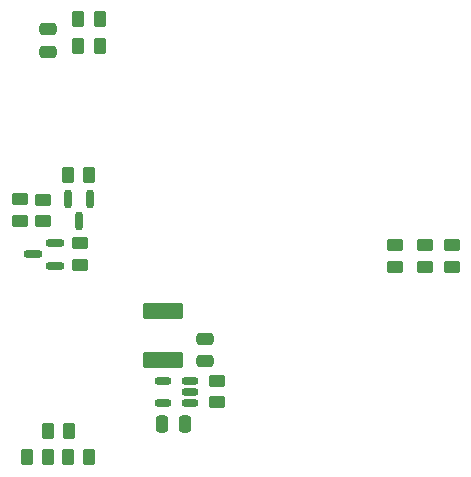
<source format=gbp>
%TF.GenerationSoftware,KiCad,Pcbnew,(6.0.9)*%
%TF.CreationDate,2023-01-11T20:23:52+07:00*%
%TF.ProjectId,ESP12CORE_B_MULTI,45535031-3243-44f5-9245-5f425f4d554c,rev?*%
%TF.SameCoordinates,Original*%
%TF.FileFunction,Paste,Bot*%
%TF.FilePolarity,Positive*%
%FSLAX46Y46*%
G04 Gerber Fmt 4.6, Leading zero omitted, Abs format (unit mm)*
G04 Created by KiCad (PCBNEW (6.0.9)) date 2023-01-11 20:23:52*
%MOMM*%
%LPD*%
G01*
G04 APERTURE LIST*
G04 Aperture macros list*
%AMRoundRect*
4,1,4,2,3,4,5,6,7,8,9,2,3,0*
1,1,$1,$2,$3*
1,1,$1,$2,$3*
1,1,$1,$2,$3*
1,1,$1,$2,$3*
20,1,$1,$2,$3,$4,$5,0*
20,1,$1,$2,$3,$4,$5,0*
20,1,$1,$2,$3,$4,$5,0*
20,1,$1,$2,$3,$4,$5,0*%
G04 Aperture macros list end*
%AMCOMP43*
4,1,3,
0.5875,0.15,
-0.5875,0.15,
-0.5875,-0.15,
0.5875,-0.15,
0*
4,1,19,
0.5875,0.3,
0.63385254915624212,0.292658477444273,
0.675667787843871,0.27135254915624207,
0.70885254915624207,0.23816778784387097,
0.73015847744427309,0.19635254915624212,
0.7375,0.15,
0.73015847744427309,0.1036474508437579,
0.70885254915624207,0.061832212156129038,
0.675667787843871,0.0286474508437579,
0.63385254915624212,0.0073415225557269814,
0.5875,0,
0.54114745084375782,0.0073415225557269814,
0.49933221215612905,0.02864745084375786,
0.46614745084375792,0.06183221215612901,
0.444841522555727,0.10364745084375787,
0.4375,0.14999999999999997,
0.44484152255572695,0.19635254915624206,
0.46614745084375786,0.23816778784387094,
0.499332212156129,0.27135254915624207,
0.54114745084375793,0.292658477444273,
0*
4,1,19,
-0.5875,0.3,
-0.54114745084375793,0.292658477444273,
-0.49933221215612905,0.27135254915624207,
-0.46614745084375792,0.23816778784387097,
-0.444841522555727,0.19635254915624212,
-0.4375,0.15,
-0.44484152255572695,0.1036474508437579,
-0.46614745084375792,0.061832212156129038,
-0.49933221215612905,0.0286474508437579,
-0.54114745084375793,0.0073415225557269814,
-0.5875,0,
-0.63385254915624223,0.0073415225557269814,
-0.67566778784387094,0.02864745084375786,
-0.70885254915624207,0.06183221215612901,
-0.73015847744427309,0.10364745084375787,
-0.7375,0.14999999999999997,
-0.73015847744427309,0.19635254915624206,
-0.70885254915624218,0.23816778784387094,
-0.675667787843871,0.27135254915624207,
-0.63385254915624212,0.292658477444273,
0*
4,1,19,
-0.5875,0,
-0.54114745084375793,-0.0073415225557269814,
-0.49933221215612905,-0.028647450843757888,
-0.46614745084375792,-0.061832212156129024,
-0.444841522555727,-0.10364745084375787,
-0.4375,-0.15,
-0.44484152255572695,-0.19635254915624209,
-0.46614745084375792,-0.23816778784387094,
-0.49933221215612905,-0.27135254915624207,
-0.54114745084375793,-0.292658477444273,
-0.5875,-0.3,
-0.63385254915624223,-0.292658477444273,
-0.67566778784387094,-0.27135254915624213,
-0.70885254915624207,-0.238167787843871,
-0.73015847744427309,-0.19635254915624212,
-0.7375,-0.15000000000000002,
-0.73015847744427309,-0.10364745084375791,
-0.70885254915624218,-0.061832212156129066,
-0.675667787843871,-0.0286474508437579,
-0.63385254915624212,-0.0073415225557269814,
0*
4,1,19,
0.5875,0,
0.63385254915624212,-0.0073415225557269814,
0.675667787843871,-0.028647450843757888,
0.70885254915624207,-0.061832212156129024,
0.73015847744427309,-0.10364745084375787,
0.7375,-0.15,
0.73015847744427309,-0.19635254915624209,
0.70885254915624207,-0.23816778784387094,
0.675667787843871,-0.27135254915624207,
0.63385254915624212,-0.292658477444273,
0.5875,-0.3,
0.54114745084375782,-0.292658477444273,
0.49933221215612905,-0.27135254915624213,
0.46614745084375792,-0.238167787843871,
0.444841522555727,-0.19635254915624212,
0.4375,-0.15000000000000002,
0.44484152255572695,-0.10364745084375791,
0.46614745084375786,-0.061832212156129066,
0.499332212156129,-0.0286474508437579,
0.54114745084375793,-0.0073415225557269814,
0*
4,1,3,
0.5875,0.3,
0.5875,0,
-0.5875,0,
-0.5875,0.3,
0*
4,1,3,
-0.7375,0.15,
-0.4375,0.15,
-0.4375,-0.15,
-0.7375,-0.15,
0*
4,1,3,
-0.5875,-0.3,
-0.5875,0,
0.5875,0,
0.5875,-0.3,
0*
4,1,3,
0.7375,-0.15,
0.4375,-0.15,
0.4375,0.15,
0.7375,0.15,
0*%
%ADD10COMP43,0.15X0.5875X0.15X-0.5875X0.15X-0.5875X-0.15X0.5875X-0.15X0*%
%AMCOMP44*
4,1,3,
0.475,-0.25,
0.475,0.25,
-0.475,0.25,
-0.475,-0.25,
0*
4,1,19,
0.475,0,
0.55225424859373684,-0.012235870926211617,
0.62194631307311821,-0.047745751406263137,
0.67725424859373684,-0.10305368692688172,
0.71276412907378839,-0.17274575140626314,
0.725,-0.24999999999999997,
0.71276412907378839,-0.32725424859373686,
0.67725424859373684,-0.39694631307311823,
0.62194631307311832,-0.45225424859373686,
0.55225424859373684,-0.48776412907378841,
0.47500000000000003,-0.5,
0.39774575140626306,-0.48776412907378841,
0.32805368692688175,-0.45225424859373686,
0.27274575140626311,-0.39694631307311834,
0.2372358709262116,-0.32725424859373686,
0.22499999999999998,-0.25000000000000006,
0.23723587092621157,-0.17274575140626319,
0.27274575140626311,-0.10305368692688177,
0.32805368692688164,-0.047745751406263165,
0.39774575140626306,-0.012235870926211617,
0*
4,1,19,
0.475,0.5,
0.55225424859373684,0.48776412907378841,
0.62194631307311821,0.45225424859373686,
0.67725424859373684,0.39694631307311828,
0.71276412907378839,0.32725424859373686,
0.725,0.25,
0.71276412907378839,0.17274575140626316,
0.67725424859373684,0.10305368692688174,
0.62194631307311832,0.047745751406263165,
0.55225424859373684,0.012235870926211617,
0.47500000000000003,0,
0.39774575140626306,0.012235870926211617,
0.32805368692688175,0.047745751406263109,
0.27274575140626311,0.10305368692688169,
0.2372358709262116,0.17274575140626311,
0.22499999999999998,0.24999999999999994,
0.23723587092621157,0.32725424859373681,
0.27274575140626311,0.39694631307311823,
0.32805368692688164,0.45225424859373686,
0.39774575140626306,0.48776412907378841,
0*
4,1,19,
-0.475,0.5,
-0.39774575140626311,0.48776412907378841,
-0.32805368692688169,0.45225424859373686,
-0.27274575140626311,0.39694631307311828,
-0.2372358709262116,0.32725424859373686,
-0.22499999999999998,0.25,
-0.23723587092621157,0.17274575140626316,
-0.27274575140626311,0.10305368692688174,
-0.32805368692688164,0.047745751406263165,
-0.39774575140626311,0.012235870926211617,
-0.47499999999999992,0,
-0.552254248593737,0.012235870926211617,
-0.62194631307311821,0.047745751406263109,
-0.67725424859373684,0.10305368692688169,
-0.71276412907378839,0.17274575140626311,
-0.725,0.24999999999999994,
-0.71276412907378839,0.32725424859373681,
-0.67725424859373684,0.39694631307311823,
-0.62194631307311832,0.45225424859373686,
-0.55225424859373684,0.48776412907378841,
0*
4,1,19,
-0.475,0,
-0.39774575140626311,-0.012235870926211617,
-0.32805368692688169,-0.047745751406263137,
-0.27274575140626311,-0.10305368692688172,
-0.2372358709262116,-0.17274575140626314,
-0.22499999999999998,-0.24999999999999997,
-0.23723587092621157,-0.32725424859373686,
-0.27274575140626311,-0.39694631307311823,
-0.32805368692688164,-0.45225424859373686,
-0.39774575140626311,-0.48776412907378841,
-0.47499999999999992,-0.5,
-0.552254248593737,-0.48776412907378841,
-0.62194631307311821,-0.45225424859373686,
-0.67725424859373684,-0.39694631307311834,
-0.71276412907378839,-0.32725424859373686,
-0.725,-0.25000000000000006,
-0.71276412907378839,-0.17274575140626319,
-0.67725424859373684,-0.10305368692688177,
-0.62194631307311832,-0.047745751406263165,
-0.55225424859373684,-0.012235870926211617,
0*
4,1,3,
0.725,-0.25,
0.22499999999999998,-0.24999999999999997,
0.22499999999999998,0.25,
0.725,0.24999999999999997,
0*
4,1,3,
0.475,0.5,
0.475,0,
-0.475,0,
-0.475,0.5,
0*
4,1,3,
-0.725,0.25,
-0.22499999999999998,0.24999999999999997,
-0.22499999999999998,-0.25,
-0.725,-0.24999999999999997,
0*
4,1,3,
-0.475,-0.5,
-0.475,0,
0.475,0,
0.475,-0.5,
0*%
%ADD11COMP44,0.25X0.475X-0.25X0.475X0.25X-0.475X0.25X-0.475X-0.25X0*%
%AMCOMP45*
4,1,3,
-0.2625,-0.45,
0.2625,-0.45,
0.2625,0.45,
-0.2625,0.45,
0*
4,1,19,
-0.2625,-0.2,
-0.18524575140626315,-0.21223587092621163,
-0.11555368692688173,-0.24774575140626315,
-0.060245751406263148,-0.30305368692688173,
-0.024735870926211628,-0.37274575140626315,
-0.012500000000000011,-0.45,
-0.0247358709262116,-0.52725424859373682,
-0.060245751406263148,-0.5969463130731183,
-0.1155536869268817,-0.65225424859373682,
-0.18524575140626315,-0.68776412907378837,
-0.26249999999999996,-0.7,
-0.33975424859373693,-0.68776412907378837,
-0.4094463130731183,-0.65225424859373693,
-0.46475424859373682,-0.5969463130731183,
-0.50026412907378837,-0.52725424859373693,
-0.5125,-0.45000000000000007,
-0.50026412907378837,-0.3727457514062632,
-0.46475424859373693,-0.30305368692688178,
-0.40944631307311835,-0.24774575140626318,
-0.33975424859373693,-0.21223587092621163,
0*
4,1,19,
0.2625,-0.2,
0.33975424859373687,-0.21223587092621163,
0.4094463130731183,-0.24774575140626315,
0.46475424859373687,-0.30305368692688173,
0.50026412907378837,-0.37274575140626315,
0.5125,-0.45,
0.50026412907378837,-0.52725424859373682,
0.46475424859373687,-0.5969463130731183,
0.4094463130731183,-0.65225424859373682,
0.33975424859373687,-0.68776412907378837,
0.26250000000000007,-0.7,
0.18524575140626309,-0.68776412907378837,
0.11555368692688175,-0.65225424859373693,
0.060245751406263176,-0.5969463130731183,
0.024735870926211628,-0.52725424859373693,
0.012500000000000011,-0.45000000000000007,
0.0247358709262116,-0.3727457514062632,
0.060245751406263121,-0.30305368692688178,
0.11555368692688167,-0.24774575140626318,
0.18524575140626309,-0.21223587092621163,
0*
4,1,19,
0.2625,0.7,
0.33975424859373687,0.68776412907378837,
0.4094463130731183,0.65225424859373682,
0.46475424859373687,0.5969463130731183,
0.50026412907378837,0.52725424859373682,
0.5125,0.45,
0.50026412907378837,0.3727457514062632,
0.46475424859373687,0.30305368692688173,
0.4094463130731183,0.24774575140626318,
0.33975424859373687,0.21223587092621163,
0.26250000000000007,0.2,
0.18524575140626309,0.21223587092621163,
0.11555368692688175,0.24774575140626312,
0.060245751406263176,0.30305368692688173,
0.024735870926211628,0.37274575140626309,
0.012500000000000011,0.44999999999999996,
0.0247358709262116,0.52725424859373682,
0.060245751406263121,0.5969463130731183,
0.11555368692688167,0.65225424859373682,
0.18524575140626309,0.68776412907378837,
0*
4,1,19,
-0.2625,0.7,
-0.18524575140626315,0.68776412907378837,
-0.11555368692688173,0.65225424859373682,
-0.060245751406263148,0.5969463130731183,
-0.024735870926211628,0.52725424859373682,
-0.012500000000000011,0.45,
-0.0247358709262116,0.3727457514062632,
-0.060245751406263148,0.30305368692688173,
-0.1155536869268817,0.24774575140626318,
-0.18524575140626315,0.21223587092621163,
-0.26249999999999996,0.2,
-0.33975424859373693,0.21223587092621163,
-0.4094463130731183,0.24774575140626312,
-0.46475424859373682,0.30305368692688173,
-0.50026412907378837,0.37274575140626309,
-0.5125,0.44999999999999996,
-0.50026412907378837,0.52725424859373682,
-0.46475424859373693,0.5969463130731183,
-0.40944631307311835,0.65225424859373682,
-0.33975424859373693,0.68776412907378837,
0*
4,1,3,
-0.2625,-0.7,
-0.2625,-0.2,
0.2625,-0.2,
0.2625,-0.7,
0*
4,1,3,
0.5125,-0.45,
0.012500000000000011,-0.45,
0.012500000000000011,0.45,
0.5125,0.45,
0*
4,1,3,
0.2625,0.7,
0.2625,0.2,
-0.2625,0.2,
-0.2625,0.7,
0*
4,1,3,
-0.5125,0.45,
-0.012500000000000011,0.45,
-0.012500000000000011,-0.45,
-0.5125,-0.45,
0*%
%ADD12COMP45,0.25X-0.2625X-0.45X0.2625X-0.45X0.2625X0.45X-0.2625X0.45X0*%
%AMCOMP46*
4,1,3,
-0.45,0.2625,
-0.45,-0.2625,
0.45,-0.2625,
0.45,0.2625,
0*
4,1,19,
-0.45,0.5125,
-0.37274575140626315,0.50026412907378837,
-0.30305368692688173,0.46475424859373687,
-0.24774575140626315,0.4094463130731183,
-0.21223587092621163,0.33975424859373687,
-0.2,0.2625,
-0.2122358709262116,0.18524575140626318,
-0.24774575140626315,0.11555368692688175,
-0.30305368692688173,0.060245751406263176,
-0.37274575140626315,0.024735870926211628,
-0.44999999999999996,0.012500000000000011,
-0.52725424859373693,0.024735870926211628,
-0.5969463130731183,0.060245751406263121,
-0.65225424859373682,0.1155536869268817,
-0.68776412907378837,0.18524575140626312,
-0.7,0.26249999999999996,
-0.68776412907378837,0.33975424859373682,
-0.65225424859373693,0.40944631307311824,
-0.5969463130731183,0.46475424859373682,
-0.52725424859373693,0.50026412907378837,
0*
4,1,19,
-0.45,-0.012500000000000011,
-0.37274575140626315,-0.024735870926211628,
-0.30305368692688173,-0.060245751406263148,
-0.24774575140626315,-0.11555368692688173,
-0.21223587092621163,-0.18524575140626315,
-0.2,-0.2625,
-0.2122358709262116,-0.33975424859373682,
-0.24774575140626315,-0.4094463130731183,
-0.30305368692688173,-0.46475424859373682,
-0.37274575140626315,-0.50026412907378837,
-0.44999999999999996,-0.5125,
-0.52725424859373693,-0.50026412907378837,
-0.5969463130731183,-0.46475424859373693,
-0.65225424859373682,-0.4094463130731183,
-0.68776412907378837,-0.33975424859373693,
-0.7,-0.26250000000000007,
-0.68776412907378837,-0.1852457514062632,
-0.65225424859373693,-0.11555368692688178,
-0.5969463130731183,-0.060245751406263176,
-0.52725424859373693,-0.024735870926211628,
0*
4,1,19,
0.45,-0.012500000000000011,
0.52725424859373682,-0.024735870926211628,
0.5969463130731183,-0.060245751406263148,
0.65225424859373682,-0.11555368692688173,
0.68776412907378837,-0.18524575140626315,
0.7,-0.2625,
0.68776412907378837,-0.33975424859373682,
0.65225424859373682,-0.4094463130731183,
0.5969463130731183,-0.46475424859373682,
0.52725424859373693,-0.50026412907378837,
0.45000000000000007,-0.5125,
0.37274575140626309,-0.50026412907378837,
0.30305368692688173,-0.46475424859373693,
0.24774575140626318,-0.4094463130731183,
0.21223587092621163,-0.33975424859373693,
0.2,-0.26250000000000007,
0.2122358709262116,-0.1852457514062632,
0.24774575140626312,-0.11555368692688178,
0.30305368692688167,-0.060245751406263176,
0.37274575140626309,-0.024735870926211628,
0*
4,1,19,
0.45,0.5125,
0.52725424859373682,0.50026412907378837,
0.5969463130731183,0.46475424859373687,
0.65225424859373682,0.4094463130731183,
0.68776412907378837,0.33975424859373687,
0.7,0.2625,
0.68776412907378837,0.18524575140626318,
0.65225424859373682,0.11555368692688175,
0.5969463130731183,0.060245751406263176,
0.52725424859373693,0.024735870926211628,
0.45000000000000007,0.012500000000000011,
0.37274575140626309,0.024735870926211628,
0.30305368692688173,0.060245751406263121,
0.24774575140626318,0.1155536869268817,
0.21223587092621163,0.18524575140626312,
0.2,0.26249999999999996,
0.2122358709262116,0.33975424859373682,
0.24774575140626312,0.40944631307311824,
0.30305368692688167,0.46475424859373682,
0.37274575140626309,0.50026412907378837,
0*
4,1,3,
-0.7,0.2625,
-0.2,0.2625,
-0.2,-0.2625,
-0.7,-0.2625,
0*
4,1,3,
-0.45,-0.5125,
-0.45,-0.012500000000000011,
0.45,-0.012500000000000011,
0.45,-0.5125,
0*
4,1,3,
0.7,-0.2625,
0.2,-0.2625,
0.2,0.2625,
0.7,0.2625,
0*
4,1,3,
0.45,0.5125,
0.45,0.012500000000000011,
-0.45,0.012500000000000011,
-0.45,0.5125,
0*%
%ADD13COMP46,0.25X-0.45X0.2625X-0.45X-0.2625X0.45X-0.2625X0.45X0.2625X0*%
%AMCOMP47*
4,1,3,
0.45,-0.2625,
0.45,0.2625,
-0.45,0.2625,
-0.45,-0.2625,
0*
4,1,19,
0.45,-0.012500000000000011,
0.52725424859373682,-0.024735870926211628,
0.5969463130731183,-0.060245751406263148,
0.65225424859373682,-0.11555368692688173,
0.68776412907378837,-0.18524575140626315,
0.7,-0.2625,
0.68776412907378837,-0.33975424859373682,
0.65225424859373682,-0.4094463130731183,
0.5969463130731183,-0.46475424859373682,
0.52725424859373693,-0.50026412907378837,
0.45000000000000007,-0.5125,
0.37274575140626309,-0.50026412907378837,
0.30305368692688173,-0.46475424859373693,
0.24774575140626318,-0.4094463130731183,
0.21223587092621163,-0.33975424859373693,
0.2,-0.26250000000000007,
0.2122358709262116,-0.1852457514062632,
0.24774575140626312,-0.11555368692688178,
0.30305368692688167,-0.060245751406263176,
0.37274575140626309,-0.024735870926211628,
0*
4,1,19,
0.45,0.5125,
0.52725424859373682,0.50026412907378837,
0.5969463130731183,0.46475424859373687,
0.65225424859373682,0.4094463130731183,
0.68776412907378837,0.33975424859373687,
0.7,0.2625,
0.68776412907378837,0.18524575140626318,
0.65225424859373682,0.11555368692688175,
0.5969463130731183,0.060245751406263176,
0.52725424859373693,0.024735870926211628,
0.45000000000000007,0.012500000000000011,
0.37274575140626309,0.024735870926211628,
0.30305368692688173,0.060245751406263121,
0.24774575140626318,0.1155536869268817,
0.21223587092621163,0.18524575140626312,
0.2,0.26249999999999996,
0.2122358709262116,0.33975424859373682,
0.24774575140626312,0.40944631307311824,
0.30305368692688167,0.46475424859373682,
0.37274575140626309,0.50026412907378837,
0*
4,1,19,
-0.45,0.5125,
-0.37274575140626315,0.50026412907378837,
-0.30305368692688173,0.46475424859373687,
-0.24774575140626315,0.4094463130731183,
-0.21223587092621163,0.33975424859373687,
-0.2,0.2625,
-0.2122358709262116,0.18524575140626318,
-0.24774575140626315,0.11555368692688175,
-0.30305368692688173,0.060245751406263176,
-0.37274575140626315,0.024735870926211628,
-0.44999999999999996,0.012500000000000011,
-0.52725424859373693,0.024735870926211628,
-0.5969463130731183,0.060245751406263121,
-0.65225424859373682,0.1155536869268817,
-0.68776412907378837,0.18524575140626312,
-0.7,0.26249999999999996,
-0.68776412907378837,0.33975424859373682,
-0.65225424859373693,0.40944631307311824,
-0.5969463130731183,0.46475424859373682,
-0.52725424859373693,0.50026412907378837,
0*
4,1,19,
-0.45,-0.012500000000000011,
-0.37274575140626315,-0.024735870926211628,
-0.30305368692688173,-0.060245751406263148,
-0.24774575140626315,-0.11555368692688173,
-0.21223587092621163,-0.18524575140626315,
-0.2,-0.2625,
-0.2122358709262116,-0.33975424859373682,
-0.24774575140626315,-0.4094463130731183,
-0.30305368692688173,-0.46475424859373682,
-0.37274575140626315,-0.50026412907378837,
-0.44999999999999996,-0.5125,
-0.52725424859373693,-0.50026412907378837,
-0.5969463130731183,-0.46475424859373693,
-0.65225424859373682,-0.4094463130731183,
-0.68776412907378837,-0.33975424859373693,
-0.7,-0.26250000000000007,
-0.68776412907378837,-0.1852457514062632,
-0.65225424859373693,-0.11555368692688178,
-0.5969463130731183,-0.060245751406263176,
-0.52725424859373693,-0.024735870926211628,
0*
4,1,3,
0.7,-0.2625,
0.2,-0.2625,
0.2,0.2625,
0.7,0.2625,
0*
4,1,3,
0.45,0.5125,
0.45,0.012500000000000011,
-0.45,0.012500000000000011,
-0.45,0.5125,
0*
4,1,3,
-0.7,0.2625,
-0.2,0.2625,
-0.2,-0.2625,
-0.7,-0.2625,
0*
4,1,3,
-0.45,-0.5125,
-0.45,-0.012500000000000011,
0.45,-0.012500000000000011,
0.45,-0.5125,
0*%
%ADD14COMP47,0.25X0.45X-0.2625X0.45X0.2625X-0.45X0.2625X-0.45X-0.2625X0*%
%AMCOMP48*
4,1,3,
-0.15,0.5875,
-0.15,-0.5875,
0.15,-0.5875,
0.15,0.5875,
0*
4,1,19,
-0.15,0.7375,
-0.10364745084375789,0.73015847744427309,
-0.061832212156129024,0.70885254915624207,
-0.028647450843757888,0.675667787843871,
-0.0073415225557269814,0.63385254915624212,
0,0.5875,
-0.0073415225557269537,0.54114745084375793,
-0.028647450843757888,0.49933221215612905,
-0.06183221215612901,0.46614745084375792,
-0.10364745084375787,0.444841522555727,
-0.14999999999999997,0.4375,
-0.19635254915624215,0.444841522555727,
-0.23816778784387094,0.46614745084375786,
-0.27135254915624207,0.49933221215612905,
-0.292658477444273,0.54114745084375793,
-0.3,0.5875,
-0.29265847744427304,0.63385254915624212,
-0.27135254915624213,0.67566778784387094,
-0.238167787843871,0.70885254915624207,
-0.19635254915624215,0.73015847744427309,
0*
4,1,19,
-0.15,-0.4375,
-0.10364745084375789,-0.444841522555727,
-0.061832212156129024,-0.46614745084375792,
-0.028647450843757888,-0.49933221215612905,
-0.0073415225557269814,-0.54114745084375793,
0,-0.5875,
-0.0073415225557269537,-0.63385254915624212,
-0.028647450843757888,-0.67566778784387094,
-0.06183221215612901,-0.70885254915624207,
-0.10364745084375787,-0.73015847744427309,
-0.14999999999999997,-0.7375,
-0.19635254915624215,-0.73015847744427309,
-0.23816778784387094,-0.70885254915624218,
-0.27135254915624207,-0.675667787843871,
-0.292658477444273,-0.63385254915624212,
-0.3,-0.5875,
-0.29265847744427304,-0.54114745084375793,
-0.27135254915624213,-0.49933221215612911,
-0.238167787843871,-0.46614745084375792,
-0.19635254915624215,-0.444841522555727,
0*
4,1,19,
0.15,-0.4375,
0.19635254915624212,-0.444841522555727,
0.23816778784387097,-0.46614745084375792,
0.27135254915624207,-0.49933221215612905,
0.292658477444273,-0.54114745084375793,
0.3,-0.5875,
0.29265847744427304,-0.63385254915624212,
0.27135254915624207,-0.67566778784387094,
0.238167787843871,-0.70885254915624207,
0.19635254915624212,-0.73015847744427309,
0.15000000000000002,-0.7375,
0.10364745084375784,-0.73015847744427309,
0.061832212156129038,-0.70885254915624218,
0.0286474508437579,-0.675667787843871,
0.0073415225557269814,-0.63385254915624212,
0,-0.5875,
0.0073415225557269537,-0.54114745084375793,
0.02864745084375786,-0.49933221215612911,
0.061832212156128996,-0.46614745084375792,
0.10364745084375784,-0.444841522555727,
0*
4,1,19,
0.15,0.7375,
0.19635254915624212,0.73015847744427309,
0.23816778784387097,0.70885254915624207,
0.27135254915624207,0.675667787843871,
0.292658477444273,0.63385254915624212,
0.3,0.5875,
0.29265847744427304,0.54114745084375793,
0.27135254915624207,0.49933221215612905,
0.238167787843871,0.46614745084375792,
0.19635254915624212,0.444841522555727,
0.15000000000000002,0.4375,
0.10364745084375784,0.444841522555727,
0.061832212156129038,0.46614745084375786,
0.0286474508437579,0.49933221215612905,
0.0073415225557269814,0.54114745084375793,
0,0.5875,
0.0073415225557269537,0.63385254915624212,
0.02864745084375786,0.67566778784387094,
0.061832212156128996,0.70885254915624207,
0.10364745084375784,0.73015847744427309,
0*
4,1,3,
-0.3,0.5875,
0,0.5875,
0,-0.5875,
-0.3,-0.5875,
0*
4,1,3,
-0.15,-0.7375,
-0.15,-0.4375,
0.15,-0.4375,
0.15,-0.7375,
0*
4,1,3,
0.3,-0.5875,
0,-0.5875,
0,0.5875,
0.3,0.5875,
0*
4,1,3,
0.15,0.7375,
0.15,0.4375,
-0.15,0.4375,
-0.15,0.7375,
0*%
%ADD15COMP48,0.15X-0.15X0.5875X-0.15X-0.5875X0.15X-0.5875X0.15X0.5875X0*%
%AMCOMP49*
4,1,3,
-0.25,-0.475,
0.25,-0.475,
0.25,0.475,
-0.25,0.475,
0*
4,1,19,
-0.25,-0.22499999999999998,
-0.17274575140626314,-0.2372358709262116,
-0.10305368692688172,-0.27274575140626311,
-0.047745751406263137,-0.32805368692688169,
-0.012235870926211617,-0.39774575140626311,
0,-0.475,
-0.012235870926211589,-0.55225424859373684,
-0.047745751406263137,-0.62194631307311821,
-0.10305368692688169,-0.67725424859373684,
-0.17274575140626314,-0.71276412907378839,
-0.24999999999999997,-0.725,
-0.32725424859373692,-0.71276412907378839,
-0.39694631307311823,-0.67725424859373684,
-0.45225424859373686,-0.62194631307311832,
-0.48776412907378841,-0.55225424859373684,
-0.5,-0.47500000000000003,
-0.48776412907378841,-0.39774575140626317,
-0.45225424859373686,-0.32805368692688175,
-0.39694631307311834,-0.27274575140626311,
-0.32725424859373692,-0.2372358709262116,
0*
4,1,19,
0.25,-0.22499999999999998,
0.32725424859373686,-0.2372358709262116,
0.39694631307311828,-0.27274575140626311,
0.45225424859373686,-0.32805368692688169,
0.48776412907378841,-0.39774575140626311,
0.5,-0.475,
0.48776412907378841,-0.55225424859373684,
0.45225424859373686,-0.62194631307311821,
0.39694631307311834,-0.67725424859373684,
0.32725424859373686,-0.71276412907378839,
0.25000000000000006,-0.725,
0.17274575140626308,-0.71276412907378839,
0.10305368692688174,-0.67725424859373684,
0.047745751406263165,-0.62194631307311832,
0.012235870926211617,-0.55225424859373684,
0,-0.47500000000000003,
0.012235870926211589,-0.39774575140626317,
0.047745751406263109,-0.32805368692688175,
0.10305368692688166,-0.27274575140626311,
0.17274575140626308,-0.2372358709262116,
0*
4,1,19,
0.25,0.725,
0.32725424859373686,0.71276412907378839,
0.39694631307311828,0.67725424859373684,
0.45225424859373686,0.62194631307311821,
0.48776412907378841,0.55225424859373684,
0.5,0.475,
0.48776412907378841,0.39774575140626311,
0.45225424859373686,0.32805368692688175,
0.39694631307311834,0.27274575140626311,
0.32725424859373686,0.2372358709262116,
0.25000000000000006,0.22499999999999998,
0.17274575140626308,0.2372358709262116,
0.10305368692688174,0.27274575140626311,
0.047745751406263165,0.32805368692688164,
0.012235870926211617,0.39774575140626311,
0,0.47499999999999992,
0.012235870926211589,0.55225424859373673,
0.047745751406263109,0.62194631307311821,
0.10305368692688166,0.67725424859373684,
0.17274575140626308,0.71276412907378839,
0*
4,1,19,
-0.25,0.725,
-0.17274575140626314,0.71276412907378839,
-0.10305368692688172,0.67725424859373684,
-0.047745751406263137,0.62194631307311821,
-0.012235870926211617,0.55225424859373684,
0,0.475,
-0.012235870926211589,0.39774575140626311,
-0.047745751406263137,0.32805368692688175,
-0.10305368692688169,0.27274575140626311,
-0.17274575140626314,0.2372358709262116,
-0.24999999999999997,0.22499999999999998,
-0.32725424859373692,0.2372358709262116,
-0.39694631307311823,0.27274575140626311,
-0.45225424859373686,0.32805368692688164,
-0.48776412907378841,0.39774575140626311,
-0.5,0.47499999999999992,
-0.48776412907378841,0.55225424859373673,
-0.45225424859373686,0.62194631307311821,
-0.39694631307311834,0.67725424859373684,
-0.32725424859373692,0.71276412907378839,
0*
4,1,3,
-0.25,-0.725,
-0.24999999999999997,-0.22499999999999998,
0.25,-0.22499999999999998,
0.24999999999999997,-0.725,
0*
4,1,3,
0.5,-0.475,
0,-0.475,
0,0.475,
0.5,0.475,
0*
4,1,3,
0.25,0.725,
0.24999999999999997,0.22499999999999998,
-0.25,0.22499999999999998,
-0.24999999999999997,0.725,
0*
4,1,3,
-0.5,0.475,
0,0.475,
0,-0.475,
-0.5,-0.475,
0*%
%ADD16COMP49,0.25X-0.25X-0.475X0.25X-0.475X0.25X0.475X-0.25X0.475X0*%
%AMCOMP50*
4,1,3,
-0.475,0.25,
-0.475,-0.25,
0.475,-0.25,
0.475,0.25,
0*
4,1,19,
-0.475,0.5,
-0.39774575140626311,0.48776412907378841,
-0.32805368692688169,0.45225424859373686,
-0.27274575140626311,0.39694631307311828,
-0.2372358709262116,0.32725424859373686,
-0.22499999999999998,0.25,
-0.23723587092621157,0.17274575140626316,
-0.27274575140626311,0.10305368692688174,
-0.32805368692688164,0.047745751406263165,
-0.39774575140626311,0.012235870926211617,
-0.47499999999999992,0,
-0.552254248593737,0.012235870926211617,
-0.62194631307311821,0.047745751406263109,
-0.67725424859373684,0.10305368692688169,
-0.71276412907378839,0.17274575140626311,
-0.725,0.24999999999999994,
-0.71276412907378839,0.32725424859373681,
-0.67725424859373684,0.39694631307311823,
-0.62194631307311832,0.45225424859373686,
-0.55225424859373684,0.48776412907378841,
0*
4,1,19,
-0.475,0,
-0.39774575140626311,-0.012235870926211617,
-0.32805368692688169,-0.047745751406263137,
-0.27274575140626311,-0.10305368692688172,
-0.2372358709262116,-0.17274575140626314,
-0.22499999999999998,-0.24999999999999997,
-0.23723587092621157,-0.32725424859373686,
-0.27274575140626311,-0.39694631307311823,
-0.32805368692688164,-0.45225424859373686,
-0.39774575140626311,-0.48776412907378841,
-0.47499999999999992,-0.5,
-0.552254248593737,-0.48776412907378841,
-0.62194631307311821,-0.45225424859373686,
-0.67725424859373684,-0.39694631307311834,
-0.71276412907378839,-0.32725424859373686,
-0.725,-0.25000000000000006,
-0.71276412907378839,-0.17274575140626319,
-0.67725424859373684,-0.10305368692688177,
-0.62194631307311832,-0.047745751406263165,
-0.55225424859373684,-0.012235870926211617,
0*
4,1,19,
0.475,0,
0.55225424859373684,-0.012235870926211617,
0.62194631307311821,-0.047745751406263137,
0.67725424859373684,-0.10305368692688172,
0.71276412907378839,-0.17274575140626314,
0.725,-0.24999999999999997,
0.71276412907378839,-0.32725424859373686,
0.67725424859373684,-0.39694631307311823,
0.62194631307311832,-0.45225424859373686,
0.55225424859373684,-0.48776412907378841,
0.47500000000000003,-0.5,
0.39774575140626306,-0.48776412907378841,
0.32805368692688175,-0.45225424859373686,
0.27274575140626311,-0.39694631307311834,
0.2372358709262116,-0.32725424859373686,
0.22499999999999998,-0.25000000000000006,
0.23723587092621157,-0.17274575140626319,
0.27274575140626311,-0.10305368692688177,
0.32805368692688164,-0.047745751406263165,
0.39774575140626306,-0.012235870926211617,
0*
4,1,19,
0.475,0.5,
0.55225424859373684,0.48776412907378841,
0.62194631307311821,0.45225424859373686,
0.67725424859373684,0.39694631307311828,
0.71276412907378839,0.32725424859373686,
0.725,0.25,
0.71276412907378839,0.17274575140626316,
0.67725424859373684,0.10305368692688174,
0.62194631307311832,0.047745751406263165,
0.55225424859373684,0.012235870926211617,
0.47500000000000003,0,
0.39774575140626306,0.012235870926211617,
0.32805368692688175,0.047745751406263109,
0.27274575140626311,0.10305368692688169,
0.2372358709262116,0.17274575140626311,
0.22499999999999998,0.24999999999999994,
0.23723587092621157,0.32725424859373681,
0.27274575140626311,0.39694631307311823,
0.32805368692688164,0.45225424859373686,
0.39774575140626306,0.48776412907378841,
0*
4,1,3,
-0.725,0.25,
-0.22499999999999998,0.24999999999999997,
-0.22499999999999998,-0.25,
-0.725,-0.24999999999999997,
0*
4,1,3,
-0.475,-0.5,
-0.475,0,
0.475,0,
0.475,-0.5,
0*
4,1,3,
0.725,-0.25,
0.22499999999999998,-0.24999999999999997,
0.22499999999999998,0.25,
0.725,0.24999999999999997,
0*
4,1,3,
0.475,0.5,
0.475,0,
-0.475,0,
-0.475,0.5,
0*%
%ADD17COMP50,0.25X-0.475X0.25X-0.475X-0.25X0.475X-0.25X0.475X0.25X0*%
%AMCOMP51*
4,1,3,
0.5125,0.15,
-0.5125,0.15,
-0.5125,-0.15,
0.5125,-0.15,
0*
4,1,19,
0.5125,0.3,
0.558852549156242,0.292658477444273,
0.60066778784387087,0.27135254915624207,
0.63385254915624212,0.23816778784387097,
0.65515847744427291,0.19635254915624212,
0.6625,0.15,
0.655158477444273,0.1036474508437579,
0.63385254915624212,0.061832212156129038,
0.600667787843871,0.0286474508437579,
0.558852549156242,0.0073415225557269814,
0.5125,0,
0.4661474508437578,0.0073415225557269814,
0.424332212156129,0.02864745084375786,
0.39114745084375785,0.06183221215612901,
0.36984152255572694,0.10364745084375787,
0.36249999999999993,0.14999999999999997,
0.36984152255572689,0.19635254915624206,
0.39114745084375779,0.23816778784387094,
0.42433221215612893,0.27135254915624207,
0.4661474508437578,0.292658477444273,
0*
4,1,19,
-0.5125,0.3,
-0.46614745084375786,0.292658477444273,
-0.424332212156129,0.27135254915624207,
-0.39114745084375785,0.23816778784387097,
-0.36984152255572694,0.19635254915624212,
-0.36249999999999993,0.15,
-0.36984152255572689,0.1036474508437579,
-0.39114745084375785,0.061832212156129038,
-0.424332212156129,0.0286474508437579,
-0.46614745084375786,0.0073415225557269814,
-0.5125,0,
-0.55885254915624216,0.0073415225557269814,
-0.60066778784387087,0.02864745084375786,
-0.633852549156242,0.06183221215612901,
-0.65515847744427291,0.10364745084375787,
-0.6625,0.14999999999999997,
-0.655158477444273,0.19635254915624206,
-0.63385254915624212,0.23816778784387094,
-0.600667787843871,0.27135254915624207,
-0.558852549156242,0.292658477444273,
0*
4,1,19,
-0.5125,0,
-0.46614745084375786,-0.0073415225557269814,
-0.424332212156129,-0.028647450843757888,
-0.39114745084375785,-0.061832212156129024,
-0.36984152255572694,-0.10364745084375787,
-0.36249999999999993,-0.15,
-0.36984152255572689,-0.19635254915624209,
-0.39114745084375785,-0.23816778784387094,
-0.424332212156129,-0.27135254915624207,
-0.46614745084375786,-0.292658477444273,
-0.5125,-0.3,
-0.55885254915624216,-0.292658477444273,
-0.60066778784387087,-0.27135254915624213,
-0.633852549156242,-0.238167787843871,
-0.65515847744427291,-0.19635254915624212,
-0.6625,-0.15000000000000002,
-0.655158477444273,-0.10364745084375791,
-0.63385254915624212,-0.061832212156129066,
-0.600667787843871,-0.0286474508437579,
-0.558852549156242,-0.0073415225557269814,
0*
4,1,19,
0.5125,0,
0.558852549156242,-0.0073415225557269814,
0.60066778784387087,-0.028647450843757888,
0.63385254915624212,-0.061832212156129024,
0.65515847744427291,-0.10364745084375787,
0.6625,-0.15,
0.655158477444273,-0.19635254915624209,
0.63385254915624212,-0.23816778784387094,
0.600667787843871,-0.27135254915624207,
0.558852549156242,-0.292658477444273,
0.5125,-0.3,
0.4661474508437578,-0.292658477444273,
0.424332212156129,-0.27135254915624213,
0.39114745084375785,-0.238167787843871,
0.36984152255572694,-0.19635254915624212,
0.36249999999999993,-0.15000000000000002,
0.36984152255572689,-0.10364745084375791,
0.39114745084375779,-0.061832212156129066,
0.42433221215612893,-0.0286474508437579,
0.4661474508437578,-0.0073415225557269814,
0*
4,1,3,
0.5125,0.3,
0.5125,0,
-0.5125,0,
-0.5125,0.3,
0*
4,1,3,
-0.6625,0.15,
-0.36249999999999993,0.15,
-0.36249999999999993,-0.15,
-0.6625,-0.15,
0*
4,1,3,
-0.5125,-0.3,
-0.5125,0,
0.5125,0,
0.5125,-0.3,
0*
4,1,3,
0.6625,-0.15,
0.36249999999999993,-0.15,
0.36249999999999993,0.15,
0.6625,0.15,
0*%
%ADD18COMP51,0.15X0.5125X0.15X-0.5125X0.15X-0.5125X-0.15X0.5125X-0.15X0*%
%AMCOMP52*
4,1,3,
0.2625,0.45,
-0.2625,0.45,
-0.2625,-0.45,
0.2625,-0.45,
0*
4,1,19,
0.2625,0.7,
0.33975424859373687,0.68776412907378837,
0.4094463130731183,0.65225424859373682,
0.46475424859373687,0.5969463130731183,
0.50026412907378837,0.52725424859373682,
0.5125,0.45,
0.50026412907378837,0.3727457514062632,
0.46475424859373687,0.30305368692688173,
0.4094463130731183,0.24774575140626318,
0.33975424859373687,0.21223587092621163,
0.26250000000000007,0.2,
0.18524575140626309,0.21223587092621163,
0.11555368692688175,0.24774575140626312,
0.060245751406263176,0.30305368692688173,
0.024735870926211628,0.37274575140626309,
0.012500000000000011,0.44999999999999996,
0.0247358709262116,0.52725424859373682,
0.060245751406263121,0.5969463130731183,
0.11555368692688167,0.65225424859373682,
0.18524575140626309,0.68776412907378837,
0*
4,1,19,
-0.2625,0.7,
-0.18524575140626315,0.68776412907378837,
-0.11555368692688173,0.65225424859373682,
-0.060245751406263148,0.5969463130731183,
-0.024735870926211628,0.52725424859373682,
-0.012500000000000011,0.45,
-0.0247358709262116,0.3727457514062632,
-0.060245751406263148,0.30305368692688173,
-0.1155536869268817,0.24774575140626318,
-0.18524575140626315,0.21223587092621163,
-0.26249999999999996,0.2,
-0.33975424859373693,0.21223587092621163,
-0.4094463130731183,0.24774575140626312,
-0.46475424859373682,0.30305368692688173,
-0.50026412907378837,0.37274575140626309,
-0.5125,0.44999999999999996,
-0.50026412907378837,0.52725424859373682,
-0.46475424859373693,0.5969463130731183,
-0.40944631307311835,0.65225424859373682,
-0.33975424859373693,0.68776412907378837,
0*
4,1,19,
-0.2625,-0.2,
-0.18524575140626315,-0.21223587092621163,
-0.11555368692688173,-0.24774575140626315,
-0.060245751406263148,-0.30305368692688173,
-0.024735870926211628,-0.37274575140626315,
-0.012500000000000011,-0.45,
-0.0247358709262116,-0.52725424859373682,
-0.060245751406263148,-0.5969463130731183,
-0.1155536869268817,-0.65225424859373682,
-0.18524575140626315,-0.68776412907378837,
-0.26249999999999996,-0.7,
-0.33975424859373693,-0.68776412907378837,
-0.4094463130731183,-0.65225424859373693,
-0.46475424859373682,-0.5969463130731183,
-0.50026412907378837,-0.52725424859373693,
-0.5125,-0.45000000000000007,
-0.50026412907378837,-0.3727457514062632,
-0.46475424859373693,-0.30305368692688178,
-0.40944631307311835,-0.24774575140626318,
-0.33975424859373693,-0.21223587092621163,
0*
4,1,19,
0.2625,-0.2,
0.33975424859373687,-0.21223587092621163,
0.4094463130731183,-0.24774575140626315,
0.46475424859373687,-0.30305368692688173,
0.50026412907378837,-0.37274575140626315,
0.5125,-0.45,
0.50026412907378837,-0.52725424859373682,
0.46475424859373687,-0.5969463130731183,
0.4094463130731183,-0.65225424859373682,
0.33975424859373687,-0.68776412907378837,
0.26250000000000007,-0.7,
0.18524575140626309,-0.68776412907378837,
0.11555368692688175,-0.65225424859373693,
0.060245751406263176,-0.5969463130731183,
0.024735870926211628,-0.52725424859373693,
0.012500000000000011,-0.45000000000000007,
0.0247358709262116,-0.3727457514062632,
0.060245751406263121,-0.30305368692688178,
0.11555368692688167,-0.24774575140626318,
0.18524575140626309,-0.21223587092621163,
0*
4,1,3,
0.2625,0.7,
0.2625,0.2,
-0.2625,0.2,
-0.2625,0.7,
0*
4,1,3,
-0.5125,0.45,
-0.012500000000000011,0.45,
-0.012500000000000011,-0.45,
-0.5125,-0.45,
0*
4,1,3,
-0.2625,-0.7,
-0.2625,-0.2,
0.2625,-0.2,
0.2625,-0.7,
0*
4,1,3,
0.5125,-0.45,
0.012500000000000011,-0.45,
0.012500000000000011,0.45,
0.5125,0.45,
0*%
%ADD19COMP52,0.25X0.2625X0.45X-0.2625X0.45X-0.2625X-0.45X0.2625X-0.45X0*%
%AMCOMP53*
4,1,3,
1.450001,-0.450001,
1.450001,0.450001,
-1.450001,0.450001,
-1.450001,-0.450001,
0*
4,1,19,
1.450001,-0.20000199999999999,
1.5272549395767425,-0.21223782198272789,
1.5969467252878662,-0.24774756042325749,
1.6522544395767427,-0.303055274712134,
1.6877641780172721,-0.3727470604232575,
1.7000000000000002,-0.450001,
1.6877641780172723,-0.52725493957674241,
1.6522544395767427,-0.596946725287866,
1.5969467252878662,-0.65225443957674245,
1.5272549395767425,-0.68776417801727208,
1.450001,-0.7,
1.3727470604232574,-0.68776417801727208,
1.3030552747121342,-0.65225443957674245,
1.2477475604232575,-0.596946725287866,
1.2122378219827281,-0.52725493957674252,
1.200002,-0.45000100000000004,
1.2122378219827279,-0.37274706042325756,
1.2477475604232575,-0.30305527471213406,
1.303055274712134,-0.24774756042325752,
1.3727470604232577,-0.21223782198272789,
0*
4,1,19,
1.450001,0.7,
1.5272549395767425,0.68776417801727208,
1.5969467252878662,0.65225443957674245,
1.6522544395767427,0.596946725287866,
1.6877641780172721,0.52725493957674252,
1.7000000000000002,0.450001,
1.6877641780172723,0.37274706042325756,
1.6522544395767427,0.303055274712134,
1.5969467252878662,0.24774756042325752,
1.5272549395767425,0.21223782198272789,
1.450001,0.20000199999999999,
1.3727470604232574,0.21223782198272789,
1.3030552747121342,0.24774756042325746,
1.2477475604232575,0.303055274712134,
1.2122378219827281,0.37274706042325745,
1.200002,0.45000099999999993,
1.2122378219827279,0.52725493957674241,
1.2477475604232575,0.596946725287866,
1.303055274712134,0.65225443957674245,
1.3727470604232577,0.68776417801727208,
0*
4,1,19,
-1.450001,0.7,
-1.3727470604232577,0.68776417801727208,
-1.303055274712134,0.65225443957674245,
-1.2477475604232575,0.596946725287866,
-1.2122378219827281,0.52725493957674252,
-1.200002,0.450001,
-1.2122378219827279,0.37274706042325756,
-1.2477475604232575,0.303055274712134,
-1.303055274712134,0.24774756042325752,
-1.3727470604232577,0.21223782198272789,
-1.450001,0.20000199999999999,
-1.5272549395767427,0.21223782198272789,
-1.596946725287866,0.24774756042325746,
-1.6522544395767427,0.303055274712134,
-1.6877641780172721,0.37274706042325745,
-1.7000000000000002,0.45000099999999993,
-1.6877641780172723,0.52725493957674241,
-1.6522544395767427,0.596946725287866,
-1.5969467252878662,0.65225443957674245,
-1.5272549395767425,0.68776417801727208,
0*
4,1,19,
-1.450001,-0.20000199999999999,
-1.3727470604232577,-0.21223782198272789,
-1.303055274712134,-0.24774756042325749,
-1.2477475604232575,-0.303055274712134,
-1.2122378219827281,-0.3727470604232575,
-1.200002,-0.450001,
-1.2122378219827279,-0.52725493957674241,
-1.2477475604232575,-0.596946725287866,
-1.303055274712134,-0.65225443957674245,
-1.3727470604232577,-0.68776417801727208,
-1.450001,-0.7,
-1.5272549395767427,-0.68776417801727208,
-1.596946725287866,-0.65225443957674245,
-1.6522544395767427,-0.596946725287866,
-1.6877641780172721,-0.52725493957674252,
-1.7000000000000002,-0.45000100000000004,
-1.6877641780172723,-0.37274706042325756,
-1.6522544395767427,-0.30305527471213406,
-1.5969467252878662,-0.24774756042325752,
-1.5272549395767425,-0.21223782198272789,
0*
4,1,3,
1.7000000000000002,-0.450001,
1.200002,-0.450001,
1.200002,0.450001,
1.7000000000000002,0.450001,
0*
4,1,3,
1.450001,0.7,
1.450001,0.20000199999999999,
-1.450001,0.20000199999999999,
-1.450001,0.7,
0*
4,1,3,
-1.7000000000000002,0.450001,
-1.200002,0.450001,
-1.200002,-0.450001,
-1.7000000000000002,-0.450001,
0*
4,1,3,
-1.450001,-0.7,
-1.450001,-0.20000199999999999,
1.450001,-0.20000199999999999,
1.450001,-0.7,
0*%
%ADD20COMP53,0.249999X1.450001X-0.450001X1.450001X0.450001X-1.450001X0.450001X-1.450001X-0.450001X0*%
G04 APERTURE END LIST*
D10*
%TO.C,Q6*%
X-0101000000Y0109000000D02*
X0012987499Y0027549999D03*
X0012987499Y0025650000D03*
X0011112499Y0026599999D03*
%TD*%
D11*
%TO.C,C11*%
X0025659999Y0017560000D03*
X0025659999Y0019459999D03*
%TD*%
D12*
%TO.C,R15*%
X0010577500Y0009469999D03*
X0012402500Y0009469999D03*
%TD*%
D13*
%TO.C,R11*%
X0041747999Y0027362499D03*
X0041747999Y0025537499D03*
%TD*%
D14*
%TO.C,R31*%
X0011924999Y0029412499D03*
X0011924999Y0031237499D03*
%TD*%
D15*
%TO.C,Q5*%
X0014019999Y0031317499D03*
X0015920000Y0031317499D03*
X0014969999Y0029442499D03*
%TD*%
D16*
%TO.C,C9*%
X0022049999Y0012280000D03*
X0023950000Y0012280000D03*
%TD*%
D12*
%TO.C,R16*%
X0012357500Y0011620000D03*
X0014182500Y0011620000D03*
%TD*%
%TO.C,R17*%
X0014037499Y0009420000D03*
X0015862499Y0009420000D03*
%TD*%
D13*
%TO.C,R18*%
X0046574000Y0027362499D03*
X0046574000Y0025537499D03*
%TD*%
D17*
%TO.C,C15*%
X0012344075Y0045665788D03*
X0012344075Y0043765788D03*
%TD*%
D13*
%TO.C,R19*%
X0044288000Y0027362499D03*
X0044288000Y0025537499D03*
%TD*%
D14*
%TO.C,R32*%
X0009950000Y0029437500D03*
X0009950000Y0031262500D03*
%TD*%
D18*
%TO.C,U7*%
X0024347499Y0015900000D03*
X0024347499Y0014950000D03*
X0024347499Y0014000000D03*
X0022072500Y0014000000D03*
X0022072500Y0015900000D03*
%TD*%
D12*
%TO.C,R30*%
X0014927499Y0046516000D03*
X0016752499Y0046516000D03*
%TD*%
D13*
%TO.C,R26*%
X0026670000Y0015892499D03*
X0026670000Y0014067499D03*
%TD*%
D19*
%TO.C,R29*%
X0016752499Y0044230000D03*
X0014927499Y0044230000D03*
%TD*%
D20*
%TO.C,C13*%
X0022060000Y0017670000D03*
X0022060000Y0021769999D03*
%TD*%
D19*
%TO.C,R10*%
X0015852500Y0033340000D03*
X0014027500Y0033340000D03*
%TD*%
D14*
%TO.C,R22*%
X0015099999Y0025712500D03*
X0015099999Y0027537499D03*
%TD*%
M02*
</source>
